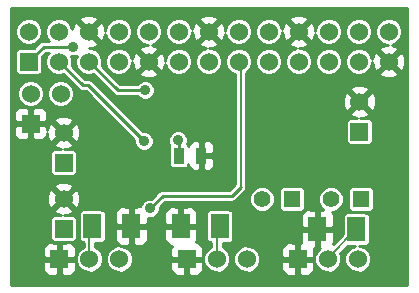
<source format=gbl>
G04 (created by PCBNEW (2013-07-07 BZR 4022)-stable) date 11/27/2014 11:17:14 AM*
%MOIN*%
G04 Gerber Fmt 3.4, Leading zero omitted, Abs format*
%FSLAX34Y34*%
G01*
G70*
G90*
G04 APERTURE LIST*
%ADD10C,0.00590551*%
%ADD11R,0.06X0.06*%
%ADD12C,0.06*%
%ADD13R,0.06X0.08*%
%ADD14R,0.055X0.055*%
%ADD15C,0.055*%
%ADD16R,0.035X0.055*%
%ADD17C,0.035*%
%ADD18C,0.01*%
%ADD19C,0.008*%
G04 APERTURE END LIST*
G54D10*
G54D11*
X18444Y-13728D03*
G54D12*
X18444Y-12728D03*
X19444Y-13728D03*
X19444Y-12728D03*
X20444Y-13728D03*
X20444Y-12728D03*
X21444Y-13728D03*
X21444Y-12728D03*
X22444Y-13728D03*
X22444Y-12728D03*
X23444Y-13728D03*
X23444Y-12728D03*
X24444Y-13728D03*
X24444Y-12728D03*
X25444Y-13728D03*
X25444Y-12728D03*
X26444Y-13728D03*
X26444Y-12728D03*
X27444Y-13728D03*
X27444Y-12728D03*
X28444Y-13728D03*
X28444Y-12728D03*
X29444Y-13728D03*
X29444Y-12728D03*
X30444Y-13728D03*
X30444Y-12728D03*
G54D11*
X27416Y-20311D03*
G54D12*
X28416Y-20311D03*
X29416Y-20311D03*
G54D11*
X23716Y-20311D03*
G54D12*
X24716Y-20311D03*
X25716Y-20311D03*
G54D11*
X19600Y-17100D03*
G54D12*
X19600Y-16100D03*
G54D11*
X19600Y-19300D03*
G54D12*
X19600Y-18300D03*
G54D11*
X19466Y-20311D03*
G54D12*
X20466Y-20311D03*
X21466Y-20311D03*
G54D11*
X29466Y-16061D03*
G54D12*
X29466Y-15061D03*
G54D13*
X24816Y-19211D03*
X23516Y-19211D03*
G54D14*
X29516Y-18311D03*
G54D15*
X28516Y-18311D03*
G54D14*
X27216Y-18311D03*
G54D15*
X26216Y-18311D03*
G54D13*
X20566Y-19211D03*
X21866Y-19211D03*
X29366Y-19311D03*
X28066Y-19311D03*
G54D16*
X23441Y-16861D03*
X24191Y-16861D03*
G54D11*
X18500Y-15800D03*
G54D12*
X18500Y-14800D03*
X19500Y-14800D03*
G54D17*
X23416Y-16351D03*
X19921Y-13228D03*
X22480Y-18622D03*
X22322Y-14685D03*
X22283Y-16377D03*
X22047Y-17283D03*
X25118Y-17362D03*
X22834Y-15118D03*
G54D18*
X23441Y-16861D02*
X23441Y-16376D01*
X23441Y-16376D02*
X23416Y-16351D01*
X18444Y-13720D02*
X18937Y-13228D01*
X18937Y-13228D02*
X19921Y-13228D01*
X18444Y-13728D02*
X18444Y-13720D01*
X22480Y-18622D02*
X22480Y-18619D01*
X25200Y-18200D02*
X25500Y-17900D01*
X22900Y-18200D02*
X25200Y-18200D01*
X22480Y-18619D02*
X22900Y-18200D01*
G54D19*
X25500Y-13783D02*
X25444Y-13728D01*
X25500Y-17900D02*
X25500Y-13783D01*
X28416Y-20311D02*
X28416Y-20261D01*
X28416Y-20261D02*
X29366Y-19311D01*
X20466Y-20311D02*
X20466Y-19311D01*
X20466Y-19311D02*
X20566Y-19211D01*
X24716Y-20311D02*
X24716Y-19311D01*
X24716Y-19311D02*
X24816Y-19211D01*
G54D18*
X22322Y-14685D02*
X21401Y-14685D01*
X21401Y-14685D02*
X20444Y-13728D01*
X20244Y-14527D02*
X19444Y-13728D01*
X20433Y-14527D02*
X20244Y-14527D01*
X22283Y-16377D02*
X20433Y-14527D01*
G54D10*
G36*
X31066Y-21161D02*
X30999Y-21161D01*
X30999Y-13810D01*
X30988Y-13591D01*
X30926Y-13440D01*
X30894Y-13431D01*
X30894Y-12639D01*
X30826Y-12473D01*
X30700Y-12347D01*
X30534Y-12278D01*
X30355Y-12278D01*
X30190Y-12346D01*
X30063Y-12473D01*
X29994Y-12638D01*
X29994Y-12817D01*
X30063Y-12982D01*
X30189Y-13109D01*
X30354Y-13178D01*
X30431Y-13178D01*
X30308Y-13184D01*
X30157Y-13247D01*
X30129Y-13342D01*
X30444Y-13657D01*
X30760Y-13342D01*
X30732Y-13247D01*
X30536Y-13177D01*
X30699Y-13110D01*
X30826Y-12983D01*
X30894Y-12818D01*
X30894Y-12639D01*
X30894Y-13431D01*
X30830Y-13413D01*
X30515Y-13728D01*
X30830Y-14043D01*
X30926Y-14016D01*
X30999Y-13810D01*
X30999Y-21161D01*
X30760Y-21161D01*
X30760Y-14114D01*
X30444Y-13799D01*
X30374Y-13869D01*
X30374Y-13728D01*
X30058Y-13413D01*
X29963Y-13440D01*
X29894Y-13632D01*
X29894Y-12639D01*
X29826Y-12473D01*
X29700Y-12347D01*
X29534Y-12278D01*
X29355Y-12278D01*
X29190Y-12346D01*
X29063Y-12473D01*
X28994Y-12638D01*
X28994Y-12817D01*
X29063Y-12982D01*
X29189Y-13109D01*
X29354Y-13178D01*
X29533Y-13178D01*
X29699Y-13110D01*
X29826Y-12983D01*
X29894Y-12818D01*
X29894Y-12639D01*
X29894Y-13632D01*
X29893Y-13636D01*
X29826Y-13473D01*
X29700Y-13347D01*
X29534Y-13278D01*
X29355Y-13278D01*
X29190Y-13346D01*
X29063Y-13473D01*
X28994Y-13638D01*
X28994Y-13817D01*
X29063Y-13982D01*
X29189Y-14109D01*
X29354Y-14178D01*
X29533Y-14178D01*
X29699Y-14110D01*
X29826Y-13983D01*
X29894Y-13818D01*
X29894Y-13741D01*
X29901Y-13865D01*
X29963Y-14016D01*
X30058Y-14043D01*
X30374Y-13728D01*
X30374Y-13869D01*
X30129Y-14114D01*
X30157Y-14209D01*
X30363Y-14283D01*
X30581Y-14272D01*
X30732Y-14209D01*
X30760Y-14114D01*
X30760Y-21161D01*
X30021Y-21161D01*
X30021Y-15142D01*
X30010Y-14924D01*
X29947Y-14773D01*
X29852Y-14745D01*
X29781Y-14816D01*
X29781Y-14675D01*
X29754Y-14579D01*
X29548Y-14506D01*
X29329Y-14517D01*
X29178Y-14579D01*
X29151Y-14675D01*
X29466Y-14990D01*
X29781Y-14675D01*
X29781Y-14816D01*
X29537Y-15061D01*
X29852Y-15376D01*
X29947Y-15348D01*
X30021Y-15142D01*
X30021Y-21161D01*
X29941Y-21161D01*
X29941Y-18556D01*
X29941Y-18006D01*
X29918Y-17951D01*
X29916Y-17948D01*
X29916Y-16331D01*
X29916Y-15731D01*
X29893Y-15676D01*
X29851Y-15633D01*
X29796Y-15611D01*
X29736Y-15610D01*
X29480Y-15610D01*
X29603Y-15604D01*
X29754Y-15542D01*
X29781Y-15446D01*
X29466Y-15131D01*
X29395Y-15202D01*
X29395Y-15061D01*
X29080Y-14745D01*
X28985Y-14773D01*
X28911Y-14979D01*
X28922Y-15197D01*
X28985Y-15348D01*
X29080Y-15376D01*
X29395Y-15061D01*
X29395Y-15202D01*
X29151Y-15446D01*
X29178Y-15542D01*
X29371Y-15610D01*
X29136Y-15610D01*
X29081Y-15633D01*
X29039Y-15675D01*
X29016Y-15731D01*
X29016Y-15790D01*
X29016Y-16390D01*
X29039Y-16445D01*
X29081Y-16488D01*
X29136Y-16510D01*
X29196Y-16511D01*
X29796Y-16511D01*
X29851Y-16488D01*
X29893Y-16446D01*
X29916Y-16390D01*
X29916Y-16331D01*
X29916Y-17948D01*
X29876Y-17908D01*
X29821Y-17886D01*
X29761Y-17885D01*
X29211Y-17885D01*
X29156Y-17908D01*
X29114Y-17950D01*
X29091Y-18006D01*
X29091Y-18065D01*
X29091Y-18615D01*
X29114Y-18670D01*
X29156Y-18713D01*
X29211Y-18735D01*
X29271Y-18736D01*
X29821Y-18736D01*
X29876Y-18713D01*
X29918Y-18671D01*
X29941Y-18615D01*
X29941Y-18556D01*
X29941Y-21161D01*
X29866Y-21161D01*
X29866Y-20221D01*
X29798Y-20056D01*
X29671Y-19929D01*
X29506Y-19861D01*
X29446Y-19861D01*
X29696Y-19861D01*
X29751Y-19838D01*
X29793Y-19796D01*
X29816Y-19740D01*
X29816Y-19681D01*
X29816Y-18881D01*
X29793Y-18826D01*
X29751Y-18783D01*
X29696Y-18761D01*
X29636Y-18760D01*
X29036Y-18760D01*
X28981Y-18783D01*
X28941Y-18823D01*
X28941Y-18226D01*
X28894Y-18113D01*
X28894Y-13639D01*
X28894Y-12639D01*
X28826Y-12473D01*
X28700Y-12347D01*
X28534Y-12278D01*
X28355Y-12278D01*
X28190Y-12346D01*
X28063Y-12473D01*
X27994Y-12638D01*
X27994Y-12714D01*
X27988Y-12591D01*
X27926Y-12440D01*
X27830Y-12413D01*
X27760Y-12483D01*
X27760Y-12342D01*
X27732Y-12247D01*
X27526Y-12173D01*
X27308Y-12184D01*
X27157Y-12247D01*
X27129Y-12342D01*
X27444Y-12657D01*
X27760Y-12342D01*
X27760Y-12483D01*
X27515Y-12728D01*
X27830Y-13043D01*
X27926Y-13016D01*
X27996Y-12820D01*
X28063Y-12982D01*
X28189Y-13109D01*
X28354Y-13178D01*
X28533Y-13178D01*
X28699Y-13110D01*
X28826Y-12983D01*
X28894Y-12818D01*
X28894Y-12639D01*
X28894Y-13639D01*
X28826Y-13473D01*
X28700Y-13347D01*
X28534Y-13278D01*
X28355Y-13278D01*
X28190Y-13346D01*
X28063Y-13473D01*
X27994Y-13638D01*
X27994Y-13817D01*
X28063Y-13982D01*
X28189Y-14109D01*
X28354Y-14178D01*
X28533Y-14178D01*
X28699Y-14110D01*
X28826Y-13983D01*
X28894Y-13818D01*
X28894Y-13639D01*
X28894Y-18113D01*
X28877Y-18070D01*
X28757Y-17950D01*
X28601Y-17886D01*
X28432Y-17885D01*
X28276Y-17950D01*
X28156Y-18069D01*
X28091Y-18226D01*
X28091Y-18395D01*
X28156Y-18551D01*
X28265Y-18661D01*
X28179Y-18661D01*
X28116Y-18723D01*
X28116Y-19261D01*
X28554Y-19261D01*
X28616Y-19198D01*
X28616Y-18960D01*
X28616Y-18861D01*
X28578Y-18769D01*
X28545Y-18736D01*
X28600Y-18736D01*
X28756Y-18671D01*
X28876Y-18552D01*
X28941Y-18395D01*
X28941Y-18226D01*
X28941Y-18823D01*
X28939Y-18825D01*
X28916Y-18881D01*
X28916Y-18940D01*
X28916Y-19492D01*
X28594Y-19814D01*
X28616Y-19760D01*
X28616Y-19661D01*
X28616Y-19423D01*
X28554Y-19361D01*
X28116Y-19361D01*
X28116Y-19898D01*
X28154Y-19936D01*
X28035Y-20055D01*
X28016Y-20100D01*
X28016Y-19898D01*
X28016Y-19361D01*
X28016Y-19261D01*
X28016Y-18723D01*
X27954Y-18661D01*
X27894Y-18661D01*
X27894Y-13639D01*
X27826Y-13473D01*
X27700Y-13347D01*
X27534Y-13278D01*
X27458Y-13278D01*
X27581Y-13272D01*
X27732Y-13209D01*
X27760Y-13114D01*
X27444Y-12799D01*
X27374Y-12869D01*
X27374Y-12728D01*
X27058Y-12413D01*
X26963Y-12440D01*
X26893Y-12636D01*
X26826Y-12473D01*
X26700Y-12347D01*
X26534Y-12278D01*
X26355Y-12278D01*
X26190Y-12346D01*
X26063Y-12473D01*
X25994Y-12638D01*
X25994Y-12817D01*
X26063Y-12982D01*
X26189Y-13109D01*
X26354Y-13178D01*
X26533Y-13178D01*
X26699Y-13110D01*
X26826Y-12983D01*
X26894Y-12818D01*
X26894Y-12741D01*
X26901Y-12865D01*
X26963Y-13016D01*
X27058Y-13043D01*
X27374Y-12728D01*
X27374Y-12869D01*
X27129Y-13114D01*
X27157Y-13209D01*
X27352Y-13279D01*
X27190Y-13346D01*
X27063Y-13473D01*
X26994Y-13638D01*
X26994Y-13817D01*
X27063Y-13982D01*
X27189Y-14109D01*
X27354Y-14178D01*
X27533Y-14178D01*
X27699Y-14110D01*
X27826Y-13983D01*
X27894Y-13818D01*
X27894Y-13639D01*
X27894Y-18661D01*
X27717Y-18660D01*
X27641Y-18692D01*
X27641Y-18556D01*
X27641Y-18006D01*
X27618Y-17951D01*
X27576Y-17908D01*
X27521Y-17886D01*
X27461Y-17885D01*
X26911Y-17885D01*
X26894Y-17892D01*
X26894Y-13639D01*
X26826Y-13473D01*
X26700Y-13347D01*
X26534Y-13278D01*
X26355Y-13278D01*
X26190Y-13346D01*
X26063Y-13473D01*
X25994Y-13638D01*
X25994Y-13817D01*
X26063Y-13982D01*
X26189Y-14109D01*
X26354Y-14178D01*
X26533Y-14178D01*
X26699Y-14110D01*
X26826Y-13983D01*
X26894Y-13818D01*
X26894Y-13639D01*
X26894Y-17892D01*
X26856Y-17908D01*
X26814Y-17950D01*
X26791Y-18006D01*
X26791Y-18065D01*
X26791Y-18615D01*
X26814Y-18670D01*
X26856Y-18713D01*
X26911Y-18735D01*
X26971Y-18736D01*
X27521Y-18736D01*
X27576Y-18713D01*
X27618Y-18671D01*
X27641Y-18615D01*
X27641Y-18556D01*
X27641Y-18692D01*
X27625Y-18698D01*
X27554Y-18769D01*
X27516Y-18861D01*
X27516Y-18960D01*
X27516Y-19198D01*
X27579Y-19261D01*
X28016Y-19261D01*
X28016Y-19361D01*
X27579Y-19361D01*
X27516Y-19423D01*
X27516Y-19661D01*
X27516Y-19760D01*
X27520Y-19769D01*
X27466Y-19823D01*
X27466Y-20261D01*
X27904Y-20261D01*
X27966Y-20198D01*
X27966Y-20060D01*
X27966Y-19961D01*
X27962Y-19952D01*
X28016Y-19898D01*
X28016Y-20100D01*
X27966Y-20221D01*
X27966Y-20400D01*
X28034Y-20565D01*
X28161Y-20692D01*
X28326Y-20760D01*
X28505Y-20761D01*
X28671Y-20692D01*
X28797Y-20566D01*
X28866Y-20400D01*
X28866Y-20221D01*
X28825Y-20121D01*
X29085Y-19861D01*
X29096Y-19861D01*
X29327Y-19861D01*
X29161Y-19929D01*
X29035Y-20055D01*
X28966Y-20221D01*
X28966Y-20400D01*
X29034Y-20565D01*
X29161Y-20692D01*
X29326Y-20760D01*
X29505Y-20761D01*
X29671Y-20692D01*
X29797Y-20566D01*
X29866Y-20400D01*
X29866Y-20221D01*
X29866Y-21161D01*
X27966Y-21161D01*
X27966Y-20561D01*
X27966Y-20423D01*
X27904Y-20361D01*
X27466Y-20361D01*
X27466Y-20798D01*
X27529Y-20861D01*
X27766Y-20861D01*
X27857Y-20823D01*
X27928Y-20752D01*
X27966Y-20660D01*
X27966Y-20561D01*
X27966Y-21161D01*
X27366Y-21161D01*
X27366Y-20798D01*
X27366Y-20361D01*
X27366Y-20261D01*
X27366Y-19823D01*
X27304Y-19761D01*
X27067Y-19760D01*
X26975Y-19798D01*
X26904Y-19869D01*
X26866Y-19961D01*
X26866Y-20060D01*
X26866Y-20198D01*
X26929Y-20261D01*
X27366Y-20261D01*
X27366Y-20361D01*
X26929Y-20361D01*
X26866Y-20423D01*
X26866Y-20561D01*
X26866Y-20660D01*
X26904Y-20752D01*
X26975Y-20823D01*
X27067Y-20861D01*
X27304Y-20861D01*
X27366Y-20798D01*
X27366Y-21161D01*
X26641Y-21161D01*
X26641Y-18226D01*
X26577Y-18070D01*
X26457Y-17950D01*
X26301Y-17886D01*
X26132Y-17885D01*
X25976Y-17950D01*
X25894Y-18031D01*
X25894Y-13639D01*
X25894Y-12639D01*
X25826Y-12473D01*
X25700Y-12347D01*
X25534Y-12278D01*
X25355Y-12278D01*
X25190Y-12346D01*
X25063Y-12473D01*
X24994Y-12638D01*
X24994Y-12714D01*
X24988Y-12591D01*
X24926Y-12440D01*
X24830Y-12413D01*
X24760Y-12483D01*
X24760Y-12342D01*
X24732Y-12247D01*
X24526Y-12173D01*
X24308Y-12184D01*
X24157Y-12247D01*
X24129Y-12342D01*
X24444Y-12657D01*
X24760Y-12342D01*
X24760Y-12483D01*
X24515Y-12728D01*
X24830Y-13043D01*
X24926Y-13016D01*
X24996Y-12820D01*
X25063Y-12982D01*
X25189Y-13109D01*
X25354Y-13178D01*
X25533Y-13178D01*
X25699Y-13110D01*
X25826Y-12983D01*
X25894Y-12818D01*
X25894Y-12639D01*
X25894Y-13639D01*
X25826Y-13473D01*
X25700Y-13347D01*
X25534Y-13278D01*
X25355Y-13278D01*
X25190Y-13346D01*
X25063Y-13473D01*
X24994Y-13638D01*
X24994Y-13817D01*
X25063Y-13982D01*
X25189Y-14109D01*
X25310Y-14159D01*
X25310Y-17807D01*
X25117Y-18000D01*
X24894Y-18000D01*
X24894Y-13639D01*
X24826Y-13473D01*
X24700Y-13347D01*
X24534Y-13278D01*
X24458Y-13278D01*
X24581Y-13272D01*
X24732Y-13209D01*
X24760Y-13114D01*
X24444Y-12799D01*
X24374Y-12869D01*
X24374Y-12728D01*
X24058Y-12413D01*
X23963Y-12440D01*
X23893Y-12636D01*
X23826Y-12473D01*
X23700Y-12347D01*
X23534Y-12278D01*
X23355Y-12278D01*
X23190Y-12346D01*
X23063Y-12473D01*
X22994Y-12638D01*
X22994Y-12817D01*
X23063Y-12982D01*
X23189Y-13109D01*
X23354Y-13178D01*
X23533Y-13178D01*
X23699Y-13110D01*
X23826Y-12983D01*
X23894Y-12818D01*
X23894Y-12741D01*
X23901Y-12865D01*
X23963Y-13016D01*
X24058Y-13043D01*
X24374Y-12728D01*
X24374Y-12869D01*
X24129Y-13114D01*
X24157Y-13209D01*
X24352Y-13279D01*
X24190Y-13346D01*
X24063Y-13473D01*
X23994Y-13638D01*
X23994Y-13817D01*
X24063Y-13982D01*
X24189Y-14109D01*
X24354Y-14178D01*
X24533Y-14178D01*
X24699Y-14110D01*
X24826Y-13983D01*
X24894Y-13818D01*
X24894Y-13639D01*
X24894Y-18000D01*
X24616Y-18000D01*
X24616Y-17086D01*
X24616Y-16635D01*
X24616Y-16536D01*
X24578Y-16444D01*
X24507Y-16373D01*
X24416Y-16335D01*
X24304Y-16336D01*
X24241Y-16398D01*
X24241Y-16811D01*
X24554Y-16811D01*
X24616Y-16748D01*
X24616Y-16635D01*
X24616Y-17086D01*
X24616Y-16973D01*
X24554Y-16911D01*
X24241Y-16911D01*
X24241Y-17323D01*
X24304Y-17386D01*
X24416Y-17386D01*
X24507Y-17348D01*
X24578Y-17277D01*
X24616Y-17185D01*
X24616Y-17086D01*
X24616Y-18000D01*
X24141Y-18000D01*
X24141Y-17323D01*
X24141Y-16911D01*
X24133Y-16911D01*
X24133Y-16811D01*
X24141Y-16811D01*
X24141Y-16398D01*
X24079Y-16336D01*
X23967Y-16335D01*
X23894Y-16365D01*
X23894Y-13639D01*
X23826Y-13473D01*
X23700Y-13347D01*
X23534Y-13278D01*
X23355Y-13278D01*
X23190Y-13346D01*
X23063Y-13473D01*
X22994Y-13638D01*
X22994Y-13714D01*
X22988Y-13591D01*
X22926Y-13440D01*
X22894Y-13431D01*
X22894Y-12639D01*
X22826Y-12473D01*
X22700Y-12347D01*
X22534Y-12278D01*
X22355Y-12278D01*
X22190Y-12346D01*
X22063Y-12473D01*
X21994Y-12638D01*
X21994Y-12817D01*
X22063Y-12982D01*
X22189Y-13109D01*
X22354Y-13178D01*
X22431Y-13178D01*
X22308Y-13184D01*
X22157Y-13247D01*
X22129Y-13342D01*
X22444Y-13657D01*
X22760Y-13342D01*
X22732Y-13247D01*
X22536Y-13177D01*
X22699Y-13110D01*
X22826Y-12983D01*
X22894Y-12818D01*
X22894Y-12639D01*
X22894Y-13431D01*
X22830Y-13413D01*
X22515Y-13728D01*
X22830Y-14043D01*
X22926Y-14016D01*
X22996Y-13820D01*
X23063Y-13982D01*
X23189Y-14109D01*
X23354Y-14178D01*
X23533Y-14178D01*
X23699Y-14110D01*
X23826Y-13983D01*
X23894Y-13818D01*
X23894Y-13639D01*
X23894Y-16365D01*
X23875Y-16373D01*
X23804Y-16444D01*
X23766Y-16536D01*
X23766Y-16556D01*
X23743Y-16501D01*
X23717Y-16474D01*
X23741Y-16415D01*
X23741Y-16286D01*
X23692Y-16167D01*
X23600Y-16075D01*
X23481Y-16026D01*
X23352Y-16025D01*
X23232Y-16075D01*
X23141Y-16166D01*
X23091Y-16286D01*
X23091Y-16415D01*
X23133Y-16516D01*
X23116Y-16556D01*
X23116Y-16615D01*
X23116Y-17165D01*
X23139Y-17220D01*
X23181Y-17263D01*
X23236Y-17285D01*
X23296Y-17286D01*
X23646Y-17286D01*
X23701Y-17263D01*
X23743Y-17221D01*
X23766Y-17165D01*
X23766Y-17136D01*
X23766Y-17185D01*
X23804Y-17277D01*
X23875Y-17348D01*
X23967Y-17386D01*
X24079Y-17386D01*
X24141Y-17323D01*
X24141Y-18000D01*
X22900Y-18000D01*
X22823Y-18015D01*
X22801Y-18029D01*
X22760Y-18057D01*
X22760Y-14114D01*
X22444Y-13799D01*
X22374Y-13869D01*
X22374Y-13728D01*
X22058Y-13413D01*
X21963Y-13440D01*
X21894Y-13632D01*
X21894Y-12639D01*
X21826Y-12473D01*
X21700Y-12347D01*
X21534Y-12278D01*
X21355Y-12278D01*
X21190Y-12346D01*
X21063Y-12473D01*
X20994Y-12638D01*
X20994Y-12714D01*
X20988Y-12591D01*
X20926Y-12440D01*
X20830Y-12413D01*
X20760Y-12483D01*
X20760Y-12342D01*
X20732Y-12247D01*
X20526Y-12173D01*
X20308Y-12184D01*
X20157Y-12247D01*
X20129Y-12342D01*
X20444Y-12657D01*
X20760Y-12342D01*
X20760Y-12483D01*
X20515Y-12728D01*
X20830Y-13043D01*
X20926Y-13016D01*
X20996Y-12820D01*
X21063Y-12982D01*
X21189Y-13109D01*
X21354Y-13178D01*
X21533Y-13178D01*
X21699Y-13110D01*
X21826Y-12983D01*
X21894Y-12818D01*
X21894Y-12639D01*
X21894Y-13632D01*
X21893Y-13636D01*
X21826Y-13473D01*
X21700Y-13347D01*
X21534Y-13278D01*
X21355Y-13278D01*
X21190Y-13346D01*
X21063Y-13473D01*
X20994Y-13638D01*
X20994Y-13817D01*
X21063Y-13982D01*
X21189Y-14109D01*
X21354Y-14178D01*
X21533Y-14178D01*
X21699Y-14110D01*
X21826Y-13983D01*
X21894Y-13818D01*
X21894Y-13741D01*
X21901Y-13865D01*
X21963Y-14016D01*
X22058Y-14043D01*
X22374Y-13728D01*
X22374Y-13869D01*
X22129Y-14114D01*
X22157Y-14209D01*
X22363Y-14283D01*
X22581Y-14272D01*
X22732Y-14209D01*
X22760Y-14114D01*
X22760Y-18057D01*
X22758Y-18058D01*
X22647Y-18169D01*
X22647Y-14620D01*
X22598Y-14501D01*
X22507Y-14409D01*
X22387Y-14360D01*
X22258Y-14359D01*
X22138Y-14409D01*
X22063Y-14485D01*
X21484Y-14485D01*
X20872Y-13872D01*
X20894Y-13818D01*
X20894Y-13639D01*
X20826Y-13473D01*
X20700Y-13347D01*
X20534Y-13278D01*
X20458Y-13278D01*
X20581Y-13272D01*
X20732Y-13209D01*
X20760Y-13114D01*
X20444Y-12799D01*
X20439Y-12804D01*
X20368Y-12733D01*
X20374Y-12728D01*
X20058Y-12413D01*
X19963Y-12440D01*
X19893Y-12636D01*
X19826Y-12473D01*
X19700Y-12347D01*
X19534Y-12278D01*
X19355Y-12278D01*
X19190Y-12346D01*
X19063Y-12473D01*
X18994Y-12638D01*
X18994Y-12817D01*
X19063Y-12982D01*
X19108Y-13028D01*
X18937Y-13028D01*
X18894Y-13036D01*
X18894Y-12639D01*
X18826Y-12473D01*
X18700Y-12347D01*
X18534Y-12278D01*
X18355Y-12278D01*
X18190Y-12346D01*
X18063Y-12473D01*
X17994Y-12638D01*
X17994Y-12817D01*
X18063Y-12982D01*
X18189Y-13109D01*
X18354Y-13178D01*
X18533Y-13178D01*
X18699Y-13110D01*
X18826Y-12983D01*
X18894Y-12818D01*
X18894Y-12639D01*
X18894Y-13036D01*
X18860Y-13043D01*
X18838Y-13057D01*
X18795Y-13086D01*
X18604Y-13278D01*
X18115Y-13278D01*
X18060Y-13301D01*
X18017Y-13343D01*
X17994Y-13398D01*
X17994Y-13458D01*
X17994Y-14058D01*
X18017Y-14113D01*
X18059Y-14155D01*
X18114Y-14178D01*
X18174Y-14178D01*
X18774Y-14178D01*
X18829Y-14155D01*
X18871Y-14113D01*
X18894Y-14058D01*
X18894Y-13998D01*
X18894Y-13553D01*
X19019Y-13428D01*
X19108Y-13428D01*
X19063Y-13473D01*
X18994Y-13638D01*
X18994Y-13817D01*
X19063Y-13982D01*
X19189Y-14109D01*
X19354Y-14178D01*
X19533Y-14178D01*
X19589Y-14155D01*
X20102Y-14668D01*
X20102Y-14668D01*
X20146Y-14697D01*
X20167Y-14712D01*
X20167Y-14712D01*
X20244Y-14727D01*
X20350Y-14727D01*
X21958Y-16335D01*
X21958Y-16442D01*
X22007Y-16561D01*
X22099Y-16653D01*
X22218Y-16702D01*
X22347Y-16703D01*
X22467Y-16653D01*
X22558Y-16562D01*
X22608Y-16442D01*
X22608Y-16313D01*
X22559Y-16194D01*
X22467Y-16102D01*
X22348Y-16053D01*
X22241Y-16052D01*
X20574Y-14386D01*
X20509Y-14342D01*
X20433Y-14327D01*
X20326Y-14327D01*
X19872Y-13872D01*
X19894Y-13818D01*
X19894Y-13639D01*
X19859Y-13553D01*
X19985Y-13553D01*
X20039Y-13531D01*
X19994Y-13638D01*
X19994Y-13817D01*
X20063Y-13982D01*
X20189Y-14109D01*
X20354Y-14178D01*
X20533Y-14178D01*
X20589Y-14155D01*
X21260Y-14826D01*
X21260Y-14826D01*
X21303Y-14855D01*
X21325Y-14869D01*
X21325Y-14869D01*
X21401Y-14885D01*
X21401Y-14885D01*
X22063Y-14885D01*
X22138Y-14960D01*
X22257Y-15009D01*
X22387Y-15010D01*
X22506Y-14960D01*
X22598Y-14869D01*
X22647Y-14749D01*
X22647Y-14620D01*
X22647Y-18169D01*
X22520Y-18297D01*
X22415Y-18296D01*
X22296Y-18346D01*
X22204Y-18437D01*
X22155Y-18557D01*
X22155Y-18560D01*
X21979Y-18561D01*
X21916Y-18623D01*
X21916Y-19161D01*
X22354Y-19161D01*
X22416Y-19098D01*
X22416Y-18946D01*
X22544Y-18947D01*
X22664Y-18897D01*
X22755Y-18806D01*
X22805Y-18686D01*
X22805Y-18577D01*
X22982Y-18400D01*
X25200Y-18400D01*
X25276Y-18384D01*
X25341Y-18341D01*
X25641Y-18041D01*
X25684Y-17976D01*
X25699Y-17900D01*
X25690Y-17849D01*
X25690Y-14113D01*
X25699Y-14110D01*
X25826Y-13983D01*
X25894Y-13818D01*
X25894Y-13639D01*
X25894Y-18031D01*
X25856Y-18069D01*
X25791Y-18226D01*
X25791Y-18395D01*
X25856Y-18551D01*
X25975Y-18671D01*
X26131Y-18735D01*
X26300Y-18736D01*
X26456Y-18671D01*
X26576Y-18552D01*
X26641Y-18395D01*
X26641Y-18226D01*
X26641Y-21161D01*
X26166Y-21161D01*
X26166Y-20221D01*
X26098Y-20056D01*
X25971Y-19929D01*
X25806Y-19861D01*
X25627Y-19860D01*
X25461Y-19929D01*
X25335Y-20055D01*
X25266Y-20221D01*
X25266Y-20281D01*
X25266Y-19581D01*
X25266Y-18781D01*
X25243Y-18726D01*
X25201Y-18683D01*
X25146Y-18661D01*
X25086Y-18660D01*
X24486Y-18660D01*
X24431Y-18683D01*
X24389Y-18725D01*
X24366Y-18781D01*
X24366Y-18840D01*
X24366Y-19640D01*
X24389Y-19695D01*
X24431Y-19738D01*
X24486Y-19760D01*
X24526Y-19761D01*
X24526Y-19902D01*
X24461Y-19929D01*
X24335Y-20055D01*
X24266Y-20221D01*
X24266Y-20261D01*
X24266Y-20060D01*
X24266Y-19961D01*
X24228Y-19869D01*
X24157Y-19798D01*
X24066Y-19760D01*
X24020Y-19760D01*
X24028Y-19752D01*
X24066Y-19660D01*
X24066Y-19561D01*
X24066Y-18860D01*
X24066Y-18761D01*
X24028Y-18669D01*
X23957Y-18598D01*
X23866Y-18560D01*
X23629Y-18561D01*
X23566Y-18623D01*
X23566Y-19161D01*
X24004Y-19161D01*
X24066Y-19098D01*
X24066Y-18860D01*
X24066Y-19561D01*
X24066Y-19323D01*
X24004Y-19261D01*
X23566Y-19261D01*
X23566Y-19268D01*
X23466Y-19268D01*
X23466Y-19261D01*
X23466Y-19161D01*
X23466Y-18623D01*
X23404Y-18561D01*
X23167Y-18560D01*
X23075Y-18598D01*
X23004Y-18669D01*
X22966Y-18761D01*
X22966Y-18860D01*
X22966Y-19098D01*
X23029Y-19161D01*
X23466Y-19161D01*
X23466Y-19261D01*
X23029Y-19261D01*
X22966Y-19323D01*
X22966Y-19561D01*
X22966Y-19660D01*
X23004Y-19752D01*
X23075Y-19823D01*
X23167Y-19861D01*
X23212Y-19861D01*
X23204Y-19869D01*
X23166Y-19961D01*
X23166Y-20060D01*
X23166Y-20198D01*
X23229Y-20261D01*
X23666Y-20261D01*
X23666Y-20253D01*
X23766Y-20253D01*
X23766Y-20261D01*
X24204Y-20261D01*
X24266Y-20198D01*
X24266Y-20060D01*
X24266Y-20261D01*
X24266Y-20400D01*
X24334Y-20565D01*
X24461Y-20692D01*
X24626Y-20760D01*
X24805Y-20761D01*
X24971Y-20692D01*
X25097Y-20566D01*
X25166Y-20400D01*
X25166Y-20221D01*
X25098Y-20056D01*
X24971Y-19929D01*
X24906Y-19902D01*
X24906Y-19761D01*
X25146Y-19761D01*
X25201Y-19738D01*
X25243Y-19696D01*
X25266Y-19640D01*
X25266Y-19581D01*
X25266Y-20281D01*
X25266Y-20400D01*
X25334Y-20565D01*
X25461Y-20692D01*
X25626Y-20760D01*
X25805Y-20761D01*
X25971Y-20692D01*
X26097Y-20566D01*
X26166Y-20400D01*
X26166Y-20221D01*
X26166Y-21161D01*
X24266Y-21161D01*
X24266Y-20561D01*
X24266Y-20423D01*
X24204Y-20361D01*
X23766Y-20361D01*
X23766Y-20798D01*
X23829Y-20861D01*
X24066Y-20861D01*
X24157Y-20823D01*
X24228Y-20752D01*
X24266Y-20660D01*
X24266Y-20561D01*
X24266Y-21161D01*
X23666Y-21161D01*
X23666Y-20798D01*
X23666Y-20361D01*
X23229Y-20361D01*
X23166Y-20423D01*
X23166Y-20561D01*
X23166Y-20660D01*
X23204Y-20752D01*
X23275Y-20823D01*
X23367Y-20861D01*
X23604Y-20861D01*
X23666Y-20798D01*
X23666Y-21161D01*
X22416Y-21161D01*
X22416Y-19561D01*
X22416Y-19323D01*
X22354Y-19261D01*
X21916Y-19261D01*
X21916Y-19798D01*
X21979Y-19861D01*
X22216Y-19861D01*
X22307Y-19823D01*
X22378Y-19752D01*
X22416Y-19660D01*
X22416Y-19561D01*
X22416Y-21161D01*
X21916Y-21161D01*
X21916Y-20221D01*
X21848Y-20056D01*
X21816Y-20024D01*
X21816Y-19798D01*
X21816Y-19261D01*
X21816Y-19161D01*
X21816Y-18623D01*
X21754Y-18561D01*
X21517Y-18560D01*
X21425Y-18598D01*
X21354Y-18669D01*
X21316Y-18761D01*
X21316Y-18860D01*
X21316Y-19098D01*
X21379Y-19161D01*
X21816Y-19161D01*
X21816Y-19261D01*
X21379Y-19261D01*
X21316Y-19323D01*
X21316Y-19561D01*
X21316Y-19660D01*
X21354Y-19752D01*
X21425Y-19823D01*
X21517Y-19861D01*
X21754Y-19861D01*
X21816Y-19798D01*
X21816Y-20024D01*
X21721Y-19929D01*
X21556Y-19861D01*
X21377Y-19860D01*
X21211Y-19929D01*
X21085Y-20055D01*
X21016Y-20221D01*
X21016Y-20281D01*
X21016Y-19581D01*
X21016Y-18781D01*
X20993Y-18726D01*
X20951Y-18683D01*
X20896Y-18661D01*
X20836Y-18660D01*
X20236Y-18660D01*
X20181Y-18683D01*
X20154Y-18710D01*
X20154Y-18381D01*
X20154Y-16181D01*
X20143Y-15963D01*
X20081Y-15812D01*
X19985Y-15784D01*
X19950Y-15820D01*
X19950Y-14710D01*
X19881Y-14545D01*
X19755Y-14418D01*
X19589Y-14350D01*
X19410Y-14349D01*
X19245Y-14418D01*
X19118Y-14544D01*
X19050Y-14710D01*
X19049Y-14889D01*
X19118Y-15054D01*
X19244Y-15181D01*
X19410Y-15249D01*
X19589Y-15250D01*
X19754Y-15181D01*
X19881Y-15055D01*
X19949Y-14889D01*
X19950Y-14710D01*
X19950Y-15820D01*
X19915Y-15855D01*
X19915Y-15714D01*
X19887Y-15618D01*
X19681Y-15545D01*
X19463Y-15556D01*
X19312Y-15618D01*
X19284Y-15714D01*
X19600Y-16029D01*
X19915Y-15714D01*
X19915Y-15855D01*
X19670Y-16100D01*
X19985Y-16415D01*
X20081Y-16387D01*
X20154Y-16181D01*
X20154Y-18381D01*
X20143Y-18163D01*
X20081Y-18012D01*
X20050Y-18003D01*
X20050Y-17370D01*
X20050Y-16770D01*
X20027Y-16715D01*
X19985Y-16672D01*
X19929Y-16650D01*
X19870Y-16649D01*
X19614Y-16649D01*
X19736Y-16643D01*
X19887Y-16581D01*
X19915Y-16485D01*
X19600Y-16170D01*
X19529Y-16241D01*
X19529Y-16100D01*
X19214Y-15784D01*
X19118Y-15812D01*
X19050Y-16004D01*
X19050Y-15450D01*
X19012Y-15358D01*
X18950Y-15296D01*
X18950Y-14710D01*
X18881Y-14545D01*
X18755Y-14418D01*
X18589Y-14350D01*
X18410Y-14349D01*
X18245Y-14418D01*
X18118Y-14544D01*
X18050Y-14710D01*
X18049Y-14889D01*
X18118Y-15054D01*
X18244Y-15181D01*
X18410Y-15249D01*
X18589Y-15250D01*
X18754Y-15181D01*
X18881Y-15055D01*
X18949Y-14889D01*
X18950Y-14710D01*
X18950Y-15296D01*
X18941Y-15288D01*
X18849Y-15250D01*
X18750Y-15249D01*
X18612Y-15250D01*
X18550Y-15312D01*
X18550Y-15750D01*
X18987Y-15750D01*
X19050Y-15687D01*
X19050Y-15450D01*
X19050Y-16004D01*
X19050Y-16004D01*
X19050Y-15912D01*
X18987Y-15850D01*
X18550Y-15850D01*
X18550Y-16287D01*
X18612Y-16350D01*
X18750Y-16350D01*
X18849Y-16349D01*
X18941Y-16311D01*
X19012Y-16241D01*
X19050Y-16149D01*
X19050Y-16114D01*
X19056Y-16236D01*
X19118Y-16387D01*
X19214Y-16415D01*
X19529Y-16100D01*
X19529Y-16241D01*
X19284Y-16485D01*
X19312Y-16581D01*
X19504Y-16649D01*
X19270Y-16649D01*
X19215Y-16672D01*
X19172Y-16714D01*
X19150Y-16770D01*
X19149Y-16829D01*
X19149Y-17429D01*
X19172Y-17484D01*
X19214Y-17527D01*
X19270Y-17549D01*
X19329Y-17550D01*
X19929Y-17550D01*
X19984Y-17527D01*
X20027Y-17485D01*
X20049Y-17429D01*
X20050Y-17370D01*
X20050Y-18003D01*
X19985Y-17984D01*
X19915Y-18055D01*
X19915Y-17914D01*
X19887Y-17818D01*
X19681Y-17745D01*
X19463Y-17756D01*
X19312Y-17818D01*
X19284Y-17914D01*
X19600Y-18229D01*
X19915Y-17914D01*
X19915Y-18055D01*
X19670Y-18300D01*
X19985Y-18615D01*
X20081Y-18587D01*
X20154Y-18381D01*
X20154Y-18710D01*
X20139Y-18725D01*
X20116Y-18781D01*
X20116Y-18840D01*
X20116Y-19640D01*
X20139Y-19695D01*
X20181Y-19738D01*
X20236Y-19760D01*
X20276Y-19761D01*
X20276Y-19902D01*
X20211Y-19929D01*
X20085Y-20055D01*
X20050Y-20140D01*
X20050Y-19570D01*
X20050Y-18970D01*
X20027Y-18915D01*
X19985Y-18872D01*
X19929Y-18850D01*
X19870Y-18849D01*
X19614Y-18849D01*
X19736Y-18843D01*
X19887Y-18781D01*
X19915Y-18685D01*
X19600Y-18370D01*
X19529Y-18441D01*
X19529Y-18300D01*
X19214Y-17984D01*
X19118Y-18012D01*
X19045Y-18218D01*
X19056Y-18436D01*
X19118Y-18587D01*
X19214Y-18615D01*
X19529Y-18300D01*
X19529Y-18441D01*
X19284Y-18685D01*
X19312Y-18781D01*
X19504Y-18849D01*
X19270Y-18849D01*
X19215Y-18872D01*
X19172Y-18914D01*
X19150Y-18970D01*
X19149Y-19029D01*
X19149Y-19629D01*
X19172Y-19684D01*
X19214Y-19727D01*
X19270Y-19749D01*
X19329Y-19750D01*
X19929Y-19750D01*
X19984Y-19727D01*
X20027Y-19685D01*
X20049Y-19629D01*
X20050Y-19570D01*
X20050Y-20140D01*
X20016Y-20221D01*
X20016Y-20261D01*
X20016Y-20060D01*
X20016Y-19961D01*
X19978Y-19869D01*
X19907Y-19798D01*
X19816Y-19760D01*
X19579Y-19761D01*
X19516Y-19823D01*
X19516Y-20261D01*
X19954Y-20261D01*
X20016Y-20198D01*
X20016Y-20060D01*
X20016Y-20261D01*
X20016Y-20400D01*
X20084Y-20565D01*
X20211Y-20692D01*
X20376Y-20760D01*
X20555Y-20761D01*
X20721Y-20692D01*
X20847Y-20566D01*
X20916Y-20400D01*
X20916Y-20221D01*
X20848Y-20056D01*
X20721Y-19929D01*
X20656Y-19902D01*
X20656Y-19761D01*
X20896Y-19761D01*
X20951Y-19738D01*
X20993Y-19696D01*
X21016Y-19640D01*
X21016Y-19581D01*
X21016Y-20281D01*
X21016Y-20400D01*
X21084Y-20565D01*
X21211Y-20692D01*
X21376Y-20760D01*
X21555Y-20761D01*
X21721Y-20692D01*
X21847Y-20566D01*
X21916Y-20400D01*
X21916Y-20221D01*
X21916Y-21161D01*
X20016Y-21161D01*
X20016Y-20561D01*
X20016Y-20423D01*
X19954Y-20361D01*
X19516Y-20361D01*
X19516Y-20798D01*
X19579Y-20861D01*
X19816Y-20861D01*
X19907Y-20823D01*
X19978Y-20752D01*
X20016Y-20660D01*
X20016Y-20561D01*
X20016Y-21161D01*
X19416Y-21161D01*
X19416Y-20798D01*
X19416Y-20361D01*
X19416Y-20261D01*
X19416Y-19823D01*
X19354Y-19761D01*
X19117Y-19760D01*
X19025Y-19798D01*
X18954Y-19869D01*
X18916Y-19961D01*
X18916Y-20060D01*
X18916Y-20198D01*
X18979Y-20261D01*
X19416Y-20261D01*
X19416Y-20361D01*
X18979Y-20361D01*
X18916Y-20423D01*
X18916Y-20561D01*
X18916Y-20660D01*
X18954Y-20752D01*
X19025Y-20823D01*
X19117Y-20861D01*
X19354Y-20861D01*
X19416Y-20798D01*
X19416Y-21161D01*
X18450Y-21161D01*
X18450Y-16287D01*
X18450Y-15850D01*
X18450Y-15750D01*
X18450Y-15312D01*
X18387Y-15250D01*
X18249Y-15249D01*
X18150Y-15250D01*
X18058Y-15288D01*
X17987Y-15358D01*
X17949Y-15450D01*
X17950Y-15687D01*
X18012Y-15750D01*
X18450Y-15750D01*
X18450Y-15850D01*
X18012Y-15850D01*
X17950Y-15912D01*
X17949Y-16149D01*
X17987Y-16241D01*
X18058Y-16311D01*
X18150Y-16349D01*
X18249Y-16350D01*
X18387Y-16350D01*
X18450Y-16287D01*
X18450Y-21161D01*
X17866Y-21161D01*
X17866Y-11960D01*
X31066Y-11960D01*
X31066Y-21161D01*
X31066Y-21161D01*
G37*
G54D18*
X31066Y-21161D02*
X30999Y-21161D01*
X30999Y-13810D01*
X30988Y-13591D01*
X30926Y-13440D01*
X30894Y-13431D01*
X30894Y-12639D01*
X30826Y-12473D01*
X30700Y-12347D01*
X30534Y-12278D01*
X30355Y-12278D01*
X30190Y-12346D01*
X30063Y-12473D01*
X29994Y-12638D01*
X29994Y-12817D01*
X30063Y-12982D01*
X30189Y-13109D01*
X30354Y-13178D01*
X30431Y-13178D01*
X30308Y-13184D01*
X30157Y-13247D01*
X30129Y-13342D01*
X30444Y-13657D01*
X30760Y-13342D01*
X30732Y-13247D01*
X30536Y-13177D01*
X30699Y-13110D01*
X30826Y-12983D01*
X30894Y-12818D01*
X30894Y-12639D01*
X30894Y-13431D01*
X30830Y-13413D01*
X30515Y-13728D01*
X30830Y-14043D01*
X30926Y-14016D01*
X30999Y-13810D01*
X30999Y-21161D01*
X30760Y-21161D01*
X30760Y-14114D01*
X30444Y-13799D01*
X30374Y-13869D01*
X30374Y-13728D01*
X30058Y-13413D01*
X29963Y-13440D01*
X29894Y-13632D01*
X29894Y-12639D01*
X29826Y-12473D01*
X29700Y-12347D01*
X29534Y-12278D01*
X29355Y-12278D01*
X29190Y-12346D01*
X29063Y-12473D01*
X28994Y-12638D01*
X28994Y-12817D01*
X29063Y-12982D01*
X29189Y-13109D01*
X29354Y-13178D01*
X29533Y-13178D01*
X29699Y-13110D01*
X29826Y-12983D01*
X29894Y-12818D01*
X29894Y-12639D01*
X29894Y-13632D01*
X29893Y-13636D01*
X29826Y-13473D01*
X29700Y-13347D01*
X29534Y-13278D01*
X29355Y-13278D01*
X29190Y-13346D01*
X29063Y-13473D01*
X28994Y-13638D01*
X28994Y-13817D01*
X29063Y-13982D01*
X29189Y-14109D01*
X29354Y-14178D01*
X29533Y-14178D01*
X29699Y-14110D01*
X29826Y-13983D01*
X29894Y-13818D01*
X29894Y-13741D01*
X29901Y-13865D01*
X29963Y-14016D01*
X30058Y-14043D01*
X30374Y-13728D01*
X30374Y-13869D01*
X30129Y-14114D01*
X30157Y-14209D01*
X30363Y-14283D01*
X30581Y-14272D01*
X30732Y-14209D01*
X30760Y-14114D01*
X30760Y-21161D01*
X30021Y-21161D01*
X30021Y-15142D01*
X30010Y-14924D01*
X29947Y-14773D01*
X29852Y-14745D01*
X29781Y-14816D01*
X29781Y-14675D01*
X29754Y-14579D01*
X29548Y-14506D01*
X29329Y-14517D01*
X29178Y-14579D01*
X29151Y-14675D01*
X29466Y-14990D01*
X29781Y-14675D01*
X29781Y-14816D01*
X29537Y-15061D01*
X29852Y-15376D01*
X29947Y-15348D01*
X30021Y-15142D01*
X30021Y-21161D01*
X29941Y-21161D01*
X29941Y-18556D01*
X29941Y-18006D01*
X29918Y-17951D01*
X29916Y-17948D01*
X29916Y-16331D01*
X29916Y-15731D01*
X29893Y-15676D01*
X29851Y-15633D01*
X29796Y-15611D01*
X29736Y-15610D01*
X29480Y-15610D01*
X29603Y-15604D01*
X29754Y-15542D01*
X29781Y-15446D01*
X29466Y-15131D01*
X29395Y-15202D01*
X29395Y-15061D01*
X29080Y-14745D01*
X28985Y-14773D01*
X28911Y-14979D01*
X28922Y-15197D01*
X28985Y-15348D01*
X29080Y-15376D01*
X29395Y-15061D01*
X29395Y-15202D01*
X29151Y-15446D01*
X29178Y-15542D01*
X29371Y-15610D01*
X29136Y-15610D01*
X29081Y-15633D01*
X29039Y-15675D01*
X29016Y-15731D01*
X29016Y-15790D01*
X29016Y-16390D01*
X29039Y-16445D01*
X29081Y-16488D01*
X29136Y-16510D01*
X29196Y-16511D01*
X29796Y-16511D01*
X29851Y-16488D01*
X29893Y-16446D01*
X29916Y-16390D01*
X29916Y-16331D01*
X29916Y-17948D01*
X29876Y-17908D01*
X29821Y-17886D01*
X29761Y-17885D01*
X29211Y-17885D01*
X29156Y-17908D01*
X29114Y-17950D01*
X29091Y-18006D01*
X29091Y-18065D01*
X29091Y-18615D01*
X29114Y-18670D01*
X29156Y-18713D01*
X29211Y-18735D01*
X29271Y-18736D01*
X29821Y-18736D01*
X29876Y-18713D01*
X29918Y-18671D01*
X29941Y-18615D01*
X29941Y-18556D01*
X29941Y-21161D01*
X29866Y-21161D01*
X29866Y-20221D01*
X29798Y-20056D01*
X29671Y-19929D01*
X29506Y-19861D01*
X29446Y-19861D01*
X29696Y-19861D01*
X29751Y-19838D01*
X29793Y-19796D01*
X29816Y-19740D01*
X29816Y-19681D01*
X29816Y-18881D01*
X29793Y-18826D01*
X29751Y-18783D01*
X29696Y-18761D01*
X29636Y-18760D01*
X29036Y-18760D01*
X28981Y-18783D01*
X28941Y-18823D01*
X28941Y-18226D01*
X28894Y-18113D01*
X28894Y-13639D01*
X28894Y-12639D01*
X28826Y-12473D01*
X28700Y-12347D01*
X28534Y-12278D01*
X28355Y-12278D01*
X28190Y-12346D01*
X28063Y-12473D01*
X27994Y-12638D01*
X27994Y-12714D01*
X27988Y-12591D01*
X27926Y-12440D01*
X27830Y-12413D01*
X27760Y-12483D01*
X27760Y-12342D01*
X27732Y-12247D01*
X27526Y-12173D01*
X27308Y-12184D01*
X27157Y-12247D01*
X27129Y-12342D01*
X27444Y-12657D01*
X27760Y-12342D01*
X27760Y-12483D01*
X27515Y-12728D01*
X27830Y-13043D01*
X27926Y-13016D01*
X27996Y-12820D01*
X28063Y-12982D01*
X28189Y-13109D01*
X28354Y-13178D01*
X28533Y-13178D01*
X28699Y-13110D01*
X28826Y-12983D01*
X28894Y-12818D01*
X28894Y-12639D01*
X28894Y-13639D01*
X28826Y-13473D01*
X28700Y-13347D01*
X28534Y-13278D01*
X28355Y-13278D01*
X28190Y-13346D01*
X28063Y-13473D01*
X27994Y-13638D01*
X27994Y-13817D01*
X28063Y-13982D01*
X28189Y-14109D01*
X28354Y-14178D01*
X28533Y-14178D01*
X28699Y-14110D01*
X28826Y-13983D01*
X28894Y-13818D01*
X28894Y-13639D01*
X28894Y-18113D01*
X28877Y-18070D01*
X28757Y-17950D01*
X28601Y-17886D01*
X28432Y-17885D01*
X28276Y-17950D01*
X28156Y-18069D01*
X28091Y-18226D01*
X28091Y-18395D01*
X28156Y-18551D01*
X28265Y-18661D01*
X28179Y-18661D01*
X28116Y-18723D01*
X28116Y-19261D01*
X28554Y-19261D01*
X28616Y-19198D01*
X28616Y-18960D01*
X28616Y-18861D01*
X28578Y-18769D01*
X28545Y-18736D01*
X28600Y-18736D01*
X28756Y-18671D01*
X28876Y-18552D01*
X28941Y-18395D01*
X28941Y-18226D01*
X28941Y-18823D01*
X28939Y-18825D01*
X28916Y-18881D01*
X28916Y-18940D01*
X28916Y-19492D01*
X28594Y-19814D01*
X28616Y-19760D01*
X28616Y-19661D01*
X28616Y-19423D01*
X28554Y-19361D01*
X28116Y-19361D01*
X28116Y-19898D01*
X28154Y-19936D01*
X28035Y-20055D01*
X28016Y-20100D01*
X28016Y-19898D01*
X28016Y-19361D01*
X28016Y-19261D01*
X28016Y-18723D01*
X27954Y-18661D01*
X27894Y-18661D01*
X27894Y-13639D01*
X27826Y-13473D01*
X27700Y-13347D01*
X27534Y-13278D01*
X27458Y-13278D01*
X27581Y-13272D01*
X27732Y-13209D01*
X27760Y-13114D01*
X27444Y-12799D01*
X27374Y-12869D01*
X27374Y-12728D01*
X27058Y-12413D01*
X26963Y-12440D01*
X26893Y-12636D01*
X26826Y-12473D01*
X26700Y-12347D01*
X26534Y-12278D01*
X26355Y-12278D01*
X26190Y-12346D01*
X26063Y-12473D01*
X25994Y-12638D01*
X25994Y-12817D01*
X26063Y-12982D01*
X26189Y-13109D01*
X26354Y-13178D01*
X26533Y-13178D01*
X26699Y-13110D01*
X26826Y-12983D01*
X26894Y-12818D01*
X26894Y-12741D01*
X26901Y-12865D01*
X26963Y-13016D01*
X27058Y-13043D01*
X27374Y-12728D01*
X27374Y-12869D01*
X27129Y-13114D01*
X27157Y-13209D01*
X27352Y-13279D01*
X27190Y-13346D01*
X27063Y-13473D01*
X26994Y-13638D01*
X26994Y-13817D01*
X27063Y-13982D01*
X27189Y-14109D01*
X27354Y-14178D01*
X27533Y-14178D01*
X27699Y-14110D01*
X27826Y-13983D01*
X27894Y-13818D01*
X27894Y-13639D01*
X27894Y-18661D01*
X27717Y-18660D01*
X27641Y-18692D01*
X27641Y-18556D01*
X27641Y-18006D01*
X27618Y-17951D01*
X27576Y-17908D01*
X27521Y-17886D01*
X27461Y-17885D01*
X26911Y-17885D01*
X26894Y-17892D01*
X26894Y-13639D01*
X26826Y-13473D01*
X26700Y-13347D01*
X26534Y-13278D01*
X26355Y-13278D01*
X26190Y-13346D01*
X26063Y-13473D01*
X25994Y-13638D01*
X25994Y-13817D01*
X26063Y-13982D01*
X26189Y-14109D01*
X26354Y-14178D01*
X26533Y-14178D01*
X26699Y-14110D01*
X26826Y-13983D01*
X26894Y-13818D01*
X26894Y-13639D01*
X26894Y-17892D01*
X26856Y-17908D01*
X26814Y-17950D01*
X26791Y-18006D01*
X26791Y-18065D01*
X26791Y-18615D01*
X26814Y-18670D01*
X26856Y-18713D01*
X26911Y-18735D01*
X26971Y-18736D01*
X27521Y-18736D01*
X27576Y-18713D01*
X27618Y-18671D01*
X27641Y-18615D01*
X27641Y-18556D01*
X27641Y-18692D01*
X27625Y-18698D01*
X27554Y-18769D01*
X27516Y-18861D01*
X27516Y-18960D01*
X27516Y-19198D01*
X27579Y-19261D01*
X28016Y-19261D01*
X28016Y-19361D01*
X27579Y-19361D01*
X27516Y-19423D01*
X27516Y-19661D01*
X27516Y-19760D01*
X27520Y-19769D01*
X27466Y-19823D01*
X27466Y-20261D01*
X27904Y-20261D01*
X27966Y-20198D01*
X27966Y-20060D01*
X27966Y-19961D01*
X27962Y-19952D01*
X28016Y-19898D01*
X28016Y-20100D01*
X27966Y-20221D01*
X27966Y-20400D01*
X28034Y-20565D01*
X28161Y-20692D01*
X28326Y-20760D01*
X28505Y-20761D01*
X28671Y-20692D01*
X28797Y-20566D01*
X28866Y-20400D01*
X28866Y-20221D01*
X28825Y-20121D01*
X29085Y-19861D01*
X29096Y-19861D01*
X29327Y-19861D01*
X29161Y-19929D01*
X29035Y-20055D01*
X28966Y-20221D01*
X28966Y-20400D01*
X29034Y-20565D01*
X29161Y-20692D01*
X29326Y-20760D01*
X29505Y-20761D01*
X29671Y-20692D01*
X29797Y-20566D01*
X29866Y-20400D01*
X29866Y-20221D01*
X29866Y-21161D01*
X27966Y-21161D01*
X27966Y-20561D01*
X27966Y-20423D01*
X27904Y-20361D01*
X27466Y-20361D01*
X27466Y-20798D01*
X27529Y-20861D01*
X27766Y-20861D01*
X27857Y-20823D01*
X27928Y-20752D01*
X27966Y-20660D01*
X27966Y-20561D01*
X27966Y-21161D01*
X27366Y-21161D01*
X27366Y-20798D01*
X27366Y-20361D01*
X27366Y-20261D01*
X27366Y-19823D01*
X27304Y-19761D01*
X27067Y-19760D01*
X26975Y-19798D01*
X26904Y-19869D01*
X26866Y-19961D01*
X26866Y-20060D01*
X26866Y-20198D01*
X26929Y-20261D01*
X27366Y-20261D01*
X27366Y-20361D01*
X26929Y-20361D01*
X26866Y-20423D01*
X26866Y-20561D01*
X26866Y-20660D01*
X26904Y-20752D01*
X26975Y-20823D01*
X27067Y-20861D01*
X27304Y-20861D01*
X27366Y-20798D01*
X27366Y-21161D01*
X26641Y-21161D01*
X26641Y-18226D01*
X26577Y-18070D01*
X26457Y-17950D01*
X26301Y-17886D01*
X26132Y-17885D01*
X25976Y-17950D01*
X25894Y-18031D01*
X25894Y-13639D01*
X25894Y-12639D01*
X25826Y-12473D01*
X25700Y-12347D01*
X25534Y-12278D01*
X25355Y-12278D01*
X25190Y-12346D01*
X25063Y-12473D01*
X24994Y-12638D01*
X24994Y-12714D01*
X24988Y-12591D01*
X24926Y-12440D01*
X24830Y-12413D01*
X24760Y-12483D01*
X24760Y-12342D01*
X24732Y-12247D01*
X24526Y-12173D01*
X24308Y-12184D01*
X24157Y-12247D01*
X24129Y-12342D01*
X24444Y-12657D01*
X24760Y-12342D01*
X24760Y-12483D01*
X24515Y-12728D01*
X24830Y-13043D01*
X24926Y-13016D01*
X24996Y-12820D01*
X25063Y-12982D01*
X25189Y-13109D01*
X25354Y-13178D01*
X25533Y-13178D01*
X25699Y-13110D01*
X25826Y-12983D01*
X25894Y-12818D01*
X25894Y-12639D01*
X25894Y-13639D01*
X25826Y-13473D01*
X25700Y-13347D01*
X25534Y-13278D01*
X25355Y-13278D01*
X25190Y-13346D01*
X25063Y-13473D01*
X24994Y-13638D01*
X24994Y-13817D01*
X25063Y-13982D01*
X25189Y-14109D01*
X25310Y-14159D01*
X25310Y-17807D01*
X25117Y-18000D01*
X24894Y-18000D01*
X24894Y-13639D01*
X24826Y-13473D01*
X24700Y-13347D01*
X24534Y-13278D01*
X24458Y-13278D01*
X24581Y-13272D01*
X24732Y-13209D01*
X24760Y-13114D01*
X24444Y-12799D01*
X24374Y-12869D01*
X24374Y-12728D01*
X24058Y-12413D01*
X23963Y-12440D01*
X23893Y-12636D01*
X23826Y-12473D01*
X23700Y-12347D01*
X23534Y-12278D01*
X23355Y-12278D01*
X23190Y-12346D01*
X23063Y-12473D01*
X22994Y-12638D01*
X22994Y-12817D01*
X23063Y-12982D01*
X23189Y-13109D01*
X23354Y-13178D01*
X23533Y-13178D01*
X23699Y-13110D01*
X23826Y-12983D01*
X23894Y-12818D01*
X23894Y-12741D01*
X23901Y-12865D01*
X23963Y-13016D01*
X24058Y-13043D01*
X24374Y-12728D01*
X24374Y-12869D01*
X24129Y-13114D01*
X24157Y-13209D01*
X24352Y-13279D01*
X24190Y-13346D01*
X24063Y-13473D01*
X23994Y-13638D01*
X23994Y-13817D01*
X24063Y-13982D01*
X24189Y-14109D01*
X24354Y-14178D01*
X24533Y-14178D01*
X24699Y-14110D01*
X24826Y-13983D01*
X24894Y-13818D01*
X24894Y-13639D01*
X24894Y-18000D01*
X24616Y-18000D01*
X24616Y-17086D01*
X24616Y-16635D01*
X24616Y-16536D01*
X24578Y-16444D01*
X24507Y-16373D01*
X24416Y-16335D01*
X24304Y-16336D01*
X24241Y-16398D01*
X24241Y-16811D01*
X24554Y-16811D01*
X24616Y-16748D01*
X24616Y-16635D01*
X24616Y-17086D01*
X24616Y-16973D01*
X24554Y-16911D01*
X24241Y-16911D01*
X24241Y-17323D01*
X24304Y-17386D01*
X24416Y-17386D01*
X24507Y-17348D01*
X24578Y-17277D01*
X24616Y-17185D01*
X24616Y-17086D01*
X24616Y-18000D01*
X24141Y-18000D01*
X24141Y-17323D01*
X24141Y-16911D01*
X24133Y-16911D01*
X24133Y-16811D01*
X24141Y-16811D01*
X24141Y-16398D01*
X24079Y-16336D01*
X23967Y-16335D01*
X23894Y-16365D01*
X23894Y-13639D01*
X23826Y-13473D01*
X23700Y-13347D01*
X23534Y-13278D01*
X23355Y-13278D01*
X23190Y-13346D01*
X23063Y-13473D01*
X22994Y-13638D01*
X22994Y-13714D01*
X22988Y-13591D01*
X22926Y-13440D01*
X22894Y-13431D01*
X22894Y-12639D01*
X22826Y-12473D01*
X22700Y-12347D01*
X22534Y-12278D01*
X22355Y-12278D01*
X22190Y-12346D01*
X22063Y-12473D01*
X21994Y-12638D01*
X21994Y-12817D01*
X22063Y-12982D01*
X22189Y-13109D01*
X22354Y-13178D01*
X22431Y-13178D01*
X22308Y-13184D01*
X22157Y-13247D01*
X22129Y-13342D01*
X22444Y-13657D01*
X22760Y-13342D01*
X22732Y-13247D01*
X22536Y-13177D01*
X22699Y-13110D01*
X22826Y-12983D01*
X22894Y-12818D01*
X22894Y-12639D01*
X22894Y-13431D01*
X22830Y-13413D01*
X22515Y-13728D01*
X22830Y-14043D01*
X22926Y-14016D01*
X22996Y-13820D01*
X23063Y-13982D01*
X23189Y-14109D01*
X23354Y-14178D01*
X23533Y-14178D01*
X23699Y-14110D01*
X23826Y-13983D01*
X23894Y-13818D01*
X23894Y-13639D01*
X23894Y-16365D01*
X23875Y-16373D01*
X23804Y-16444D01*
X23766Y-16536D01*
X23766Y-16556D01*
X23743Y-16501D01*
X23717Y-16474D01*
X23741Y-16415D01*
X23741Y-16286D01*
X23692Y-16167D01*
X23600Y-16075D01*
X23481Y-16026D01*
X23352Y-16025D01*
X23232Y-16075D01*
X23141Y-16166D01*
X23091Y-16286D01*
X23091Y-16415D01*
X23133Y-16516D01*
X23116Y-16556D01*
X23116Y-16615D01*
X23116Y-17165D01*
X23139Y-17220D01*
X23181Y-17263D01*
X23236Y-17285D01*
X23296Y-17286D01*
X23646Y-17286D01*
X23701Y-17263D01*
X23743Y-17221D01*
X23766Y-17165D01*
X23766Y-17136D01*
X23766Y-17185D01*
X23804Y-17277D01*
X23875Y-17348D01*
X23967Y-17386D01*
X24079Y-17386D01*
X24141Y-17323D01*
X24141Y-18000D01*
X22900Y-18000D01*
X22823Y-18015D01*
X22801Y-18029D01*
X22760Y-18057D01*
X22760Y-14114D01*
X22444Y-13799D01*
X22374Y-13869D01*
X22374Y-13728D01*
X22058Y-13413D01*
X21963Y-13440D01*
X21894Y-13632D01*
X21894Y-12639D01*
X21826Y-12473D01*
X21700Y-12347D01*
X21534Y-12278D01*
X21355Y-12278D01*
X21190Y-12346D01*
X21063Y-12473D01*
X20994Y-12638D01*
X20994Y-12714D01*
X20988Y-12591D01*
X20926Y-12440D01*
X20830Y-12413D01*
X20760Y-12483D01*
X20760Y-12342D01*
X20732Y-12247D01*
X20526Y-12173D01*
X20308Y-12184D01*
X20157Y-12247D01*
X20129Y-12342D01*
X20444Y-12657D01*
X20760Y-12342D01*
X20760Y-12483D01*
X20515Y-12728D01*
X20830Y-13043D01*
X20926Y-13016D01*
X20996Y-12820D01*
X21063Y-12982D01*
X21189Y-13109D01*
X21354Y-13178D01*
X21533Y-13178D01*
X21699Y-13110D01*
X21826Y-12983D01*
X21894Y-12818D01*
X21894Y-12639D01*
X21894Y-13632D01*
X21893Y-13636D01*
X21826Y-13473D01*
X21700Y-13347D01*
X21534Y-13278D01*
X21355Y-13278D01*
X21190Y-13346D01*
X21063Y-13473D01*
X20994Y-13638D01*
X20994Y-13817D01*
X21063Y-13982D01*
X21189Y-14109D01*
X21354Y-14178D01*
X21533Y-14178D01*
X21699Y-14110D01*
X21826Y-13983D01*
X21894Y-13818D01*
X21894Y-13741D01*
X21901Y-13865D01*
X21963Y-14016D01*
X22058Y-14043D01*
X22374Y-13728D01*
X22374Y-13869D01*
X22129Y-14114D01*
X22157Y-14209D01*
X22363Y-14283D01*
X22581Y-14272D01*
X22732Y-14209D01*
X22760Y-14114D01*
X22760Y-18057D01*
X22758Y-18058D01*
X22647Y-18169D01*
X22647Y-14620D01*
X22598Y-14501D01*
X22507Y-14409D01*
X22387Y-14360D01*
X22258Y-14359D01*
X22138Y-14409D01*
X22063Y-14485D01*
X21484Y-14485D01*
X20872Y-13872D01*
X20894Y-13818D01*
X20894Y-13639D01*
X20826Y-13473D01*
X20700Y-13347D01*
X20534Y-13278D01*
X20458Y-13278D01*
X20581Y-13272D01*
X20732Y-13209D01*
X20760Y-13114D01*
X20444Y-12799D01*
X20439Y-12804D01*
X20368Y-12733D01*
X20374Y-12728D01*
X20058Y-12413D01*
X19963Y-12440D01*
X19893Y-12636D01*
X19826Y-12473D01*
X19700Y-12347D01*
X19534Y-12278D01*
X19355Y-12278D01*
X19190Y-12346D01*
X19063Y-12473D01*
X18994Y-12638D01*
X18994Y-12817D01*
X19063Y-12982D01*
X19108Y-13028D01*
X18937Y-13028D01*
X18894Y-13036D01*
X18894Y-12639D01*
X18826Y-12473D01*
X18700Y-12347D01*
X18534Y-12278D01*
X18355Y-12278D01*
X18190Y-12346D01*
X18063Y-12473D01*
X17994Y-12638D01*
X17994Y-12817D01*
X18063Y-12982D01*
X18189Y-13109D01*
X18354Y-13178D01*
X18533Y-13178D01*
X18699Y-13110D01*
X18826Y-12983D01*
X18894Y-12818D01*
X18894Y-12639D01*
X18894Y-13036D01*
X18860Y-13043D01*
X18838Y-13057D01*
X18795Y-13086D01*
X18604Y-13278D01*
X18115Y-13278D01*
X18060Y-13301D01*
X18017Y-13343D01*
X17994Y-13398D01*
X17994Y-13458D01*
X17994Y-14058D01*
X18017Y-14113D01*
X18059Y-14155D01*
X18114Y-14178D01*
X18174Y-14178D01*
X18774Y-14178D01*
X18829Y-14155D01*
X18871Y-14113D01*
X18894Y-14058D01*
X18894Y-13998D01*
X18894Y-13553D01*
X19019Y-13428D01*
X19108Y-13428D01*
X19063Y-13473D01*
X18994Y-13638D01*
X18994Y-13817D01*
X19063Y-13982D01*
X19189Y-14109D01*
X19354Y-14178D01*
X19533Y-14178D01*
X19589Y-14155D01*
X20102Y-14668D01*
X20102Y-14668D01*
X20146Y-14697D01*
X20167Y-14712D01*
X20167Y-14712D01*
X20244Y-14727D01*
X20350Y-14727D01*
X21958Y-16335D01*
X21958Y-16442D01*
X22007Y-16561D01*
X22099Y-16653D01*
X22218Y-16702D01*
X22347Y-16703D01*
X22467Y-16653D01*
X22558Y-16562D01*
X22608Y-16442D01*
X22608Y-16313D01*
X22559Y-16194D01*
X22467Y-16102D01*
X22348Y-16053D01*
X22241Y-16052D01*
X20574Y-14386D01*
X20509Y-14342D01*
X20433Y-14327D01*
X20326Y-14327D01*
X19872Y-13872D01*
X19894Y-13818D01*
X19894Y-13639D01*
X19859Y-13553D01*
X19985Y-13553D01*
X20039Y-13531D01*
X19994Y-13638D01*
X19994Y-13817D01*
X20063Y-13982D01*
X20189Y-14109D01*
X20354Y-14178D01*
X20533Y-14178D01*
X20589Y-14155D01*
X21260Y-14826D01*
X21260Y-14826D01*
X21303Y-14855D01*
X21325Y-14869D01*
X21325Y-14869D01*
X21401Y-14885D01*
X21401Y-14885D01*
X22063Y-14885D01*
X22138Y-14960D01*
X22257Y-15009D01*
X22387Y-15010D01*
X22506Y-14960D01*
X22598Y-14869D01*
X22647Y-14749D01*
X22647Y-14620D01*
X22647Y-18169D01*
X22520Y-18297D01*
X22415Y-18296D01*
X22296Y-18346D01*
X22204Y-18437D01*
X22155Y-18557D01*
X22155Y-18560D01*
X21979Y-18561D01*
X21916Y-18623D01*
X21916Y-19161D01*
X22354Y-19161D01*
X22416Y-19098D01*
X22416Y-18946D01*
X22544Y-18947D01*
X22664Y-18897D01*
X22755Y-18806D01*
X22805Y-18686D01*
X22805Y-18577D01*
X22982Y-18400D01*
X25200Y-18400D01*
X25276Y-18384D01*
X25341Y-18341D01*
X25641Y-18041D01*
X25684Y-17976D01*
X25699Y-17900D01*
X25690Y-17849D01*
X25690Y-14113D01*
X25699Y-14110D01*
X25826Y-13983D01*
X25894Y-13818D01*
X25894Y-13639D01*
X25894Y-18031D01*
X25856Y-18069D01*
X25791Y-18226D01*
X25791Y-18395D01*
X25856Y-18551D01*
X25975Y-18671D01*
X26131Y-18735D01*
X26300Y-18736D01*
X26456Y-18671D01*
X26576Y-18552D01*
X26641Y-18395D01*
X26641Y-18226D01*
X26641Y-21161D01*
X26166Y-21161D01*
X26166Y-20221D01*
X26098Y-20056D01*
X25971Y-19929D01*
X25806Y-19861D01*
X25627Y-19860D01*
X25461Y-19929D01*
X25335Y-20055D01*
X25266Y-20221D01*
X25266Y-20281D01*
X25266Y-19581D01*
X25266Y-18781D01*
X25243Y-18726D01*
X25201Y-18683D01*
X25146Y-18661D01*
X25086Y-18660D01*
X24486Y-18660D01*
X24431Y-18683D01*
X24389Y-18725D01*
X24366Y-18781D01*
X24366Y-18840D01*
X24366Y-19640D01*
X24389Y-19695D01*
X24431Y-19738D01*
X24486Y-19760D01*
X24526Y-19761D01*
X24526Y-19902D01*
X24461Y-19929D01*
X24335Y-20055D01*
X24266Y-20221D01*
X24266Y-20261D01*
X24266Y-20060D01*
X24266Y-19961D01*
X24228Y-19869D01*
X24157Y-19798D01*
X24066Y-19760D01*
X24020Y-19760D01*
X24028Y-19752D01*
X24066Y-19660D01*
X24066Y-19561D01*
X24066Y-18860D01*
X24066Y-18761D01*
X24028Y-18669D01*
X23957Y-18598D01*
X23866Y-18560D01*
X23629Y-18561D01*
X23566Y-18623D01*
X23566Y-19161D01*
X24004Y-19161D01*
X24066Y-19098D01*
X24066Y-18860D01*
X24066Y-19561D01*
X24066Y-19323D01*
X24004Y-19261D01*
X23566Y-19261D01*
X23566Y-19268D01*
X23466Y-19268D01*
X23466Y-19261D01*
X23466Y-19161D01*
X23466Y-18623D01*
X23404Y-18561D01*
X23167Y-18560D01*
X23075Y-18598D01*
X23004Y-18669D01*
X22966Y-18761D01*
X22966Y-18860D01*
X22966Y-19098D01*
X23029Y-19161D01*
X23466Y-19161D01*
X23466Y-19261D01*
X23029Y-19261D01*
X22966Y-19323D01*
X22966Y-19561D01*
X22966Y-19660D01*
X23004Y-19752D01*
X23075Y-19823D01*
X23167Y-19861D01*
X23212Y-19861D01*
X23204Y-19869D01*
X23166Y-19961D01*
X23166Y-20060D01*
X23166Y-20198D01*
X23229Y-20261D01*
X23666Y-20261D01*
X23666Y-20253D01*
X23766Y-20253D01*
X23766Y-20261D01*
X24204Y-20261D01*
X24266Y-20198D01*
X24266Y-20060D01*
X24266Y-20261D01*
X24266Y-20400D01*
X24334Y-20565D01*
X24461Y-20692D01*
X24626Y-20760D01*
X24805Y-20761D01*
X24971Y-20692D01*
X25097Y-20566D01*
X25166Y-20400D01*
X25166Y-20221D01*
X25098Y-20056D01*
X24971Y-19929D01*
X24906Y-19902D01*
X24906Y-19761D01*
X25146Y-19761D01*
X25201Y-19738D01*
X25243Y-19696D01*
X25266Y-19640D01*
X25266Y-19581D01*
X25266Y-20281D01*
X25266Y-20400D01*
X25334Y-20565D01*
X25461Y-20692D01*
X25626Y-20760D01*
X25805Y-20761D01*
X25971Y-20692D01*
X26097Y-20566D01*
X26166Y-20400D01*
X26166Y-20221D01*
X26166Y-21161D01*
X24266Y-21161D01*
X24266Y-20561D01*
X24266Y-20423D01*
X24204Y-20361D01*
X23766Y-20361D01*
X23766Y-20798D01*
X23829Y-20861D01*
X24066Y-20861D01*
X24157Y-20823D01*
X24228Y-20752D01*
X24266Y-20660D01*
X24266Y-20561D01*
X24266Y-21161D01*
X23666Y-21161D01*
X23666Y-20798D01*
X23666Y-20361D01*
X23229Y-20361D01*
X23166Y-20423D01*
X23166Y-20561D01*
X23166Y-20660D01*
X23204Y-20752D01*
X23275Y-20823D01*
X23367Y-20861D01*
X23604Y-20861D01*
X23666Y-20798D01*
X23666Y-21161D01*
X22416Y-21161D01*
X22416Y-19561D01*
X22416Y-19323D01*
X22354Y-19261D01*
X21916Y-19261D01*
X21916Y-19798D01*
X21979Y-19861D01*
X22216Y-19861D01*
X22307Y-19823D01*
X22378Y-19752D01*
X22416Y-19660D01*
X22416Y-19561D01*
X22416Y-21161D01*
X21916Y-21161D01*
X21916Y-20221D01*
X21848Y-20056D01*
X21816Y-20024D01*
X21816Y-19798D01*
X21816Y-19261D01*
X21816Y-19161D01*
X21816Y-18623D01*
X21754Y-18561D01*
X21517Y-18560D01*
X21425Y-18598D01*
X21354Y-18669D01*
X21316Y-18761D01*
X21316Y-18860D01*
X21316Y-19098D01*
X21379Y-19161D01*
X21816Y-19161D01*
X21816Y-19261D01*
X21379Y-19261D01*
X21316Y-19323D01*
X21316Y-19561D01*
X21316Y-19660D01*
X21354Y-19752D01*
X21425Y-19823D01*
X21517Y-19861D01*
X21754Y-19861D01*
X21816Y-19798D01*
X21816Y-20024D01*
X21721Y-19929D01*
X21556Y-19861D01*
X21377Y-19860D01*
X21211Y-19929D01*
X21085Y-20055D01*
X21016Y-20221D01*
X21016Y-20281D01*
X21016Y-19581D01*
X21016Y-18781D01*
X20993Y-18726D01*
X20951Y-18683D01*
X20896Y-18661D01*
X20836Y-18660D01*
X20236Y-18660D01*
X20181Y-18683D01*
X20154Y-18710D01*
X20154Y-18381D01*
X20154Y-16181D01*
X20143Y-15963D01*
X20081Y-15812D01*
X19985Y-15784D01*
X19950Y-15820D01*
X19950Y-14710D01*
X19881Y-14545D01*
X19755Y-14418D01*
X19589Y-14350D01*
X19410Y-14349D01*
X19245Y-14418D01*
X19118Y-14544D01*
X19050Y-14710D01*
X19049Y-14889D01*
X19118Y-15054D01*
X19244Y-15181D01*
X19410Y-15249D01*
X19589Y-15250D01*
X19754Y-15181D01*
X19881Y-15055D01*
X19949Y-14889D01*
X19950Y-14710D01*
X19950Y-15820D01*
X19915Y-15855D01*
X19915Y-15714D01*
X19887Y-15618D01*
X19681Y-15545D01*
X19463Y-15556D01*
X19312Y-15618D01*
X19284Y-15714D01*
X19600Y-16029D01*
X19915Y-15714D01*
X19915Y-15855D01*
X19670Y-16100D01*
X19985Y-16415D01*
X20081Y-16387D01*
X20154Y-16181D01*
X20154Y-18381D01*
X20143Y-18163D01*
X20081Y-18012D01*
X20050Y-18003D01*
X20050Y-17370D01*
X20050Y-16770D01*
X20027Y-16715D01*
X19985Y-16672D01*
X19929Y-16650D01*
X19870Y-16649D01*
X19614Y-16649D01*
X19736Y-16643D01*
X19887Y-16581D01*
X19915Y-16485D01*
X19600Y-16170D01*
X19529Y-16241D01*
X19529Y-16100D01*
X19214Y-15784D01*
X19118Y-15812D01*
X19050Y-16004D01*
X19050Y-15450D01*
X19012Y-15358D01*
X18950Y-15296D01*
X18950Y-14710D01*
X18881Y-14545D01*
X18755Y-14418D01*
X18589Y-14350D01*
X18410Y-14349D01*
X18245Y-14418D01*
X18118Y-14544D01*
X18050Y-14710D01*
X18049Y-14889D01*
X18118Y-15054D01*
X18244Y-15181D01*
X18410Y-15249D01*
X18589Y-15250D01*
X18754Y-15181D01*
X18881Y-15055D01*
X18949Y-14889D01*
X18950Y-14710D01*
X18950Y-15296D01*
X18941Y-15288D01*
X18849Y-15250D01*
X18750Y-15249D01*
X18612Y-15250D01*
X18550Y-15312D01*
X18550Y-15750D01*
X18987Y-15750D01*
X19050Y-15687D01*
X19050Y-15450D01*
X19050Y-16004D01*
X19050Y-16004D01*
X19050Y-15912D01*
X18987Y-15850D01*
X18550Y-15850D01*
X18550Y-16287D01*
X18612Y-16350D01*
X18750Y-16350D01*
X18849Y-16349D01*
X18941Y-16311D01*
X19012Y-16241D01*
X19050Y-16149D01*
X19050Y-16114D01*
X19056Y-16236D01*
X19118Y-16387D01*
X19214Y-16415D01*
X19529Y-16100D01*
X19529Y-16241D01*
X19284Y-16485D01*
X19312Y-16581D01*
X19504Y-16649D01*
X19270Y-16649D01*
X19215Y-16672D01*
X19172Y-16714D01*
X19150Y-16770D01*
X19149Y-16829D01*
X19149Y-17429D01*
X19172Y-17484D01*
X19214Y-17527D01*
X19270Y-17549D01*
X19329Y-17550D01*
X19929Y-17550D01*
X19984Y-17527D01*
X20027Y-17485D01*
X20049Y-17429D01*
X20050Y-17370D01*
X20050Y-18003D01*
X19985Y-17984D01*
X19915Y-18055D01*
X19915Y-17914D01*
X19887Y-17818D01*
X19681Y-17745D01*
X19463Y-17756D01*
X19312Y-17818D01*
X19284Y-17914D01*
X19600Y-18229D01*
X19915Y-17914D01*
X19915Y-18055D01*
X19670Y-18300D01*
X19985Y-18615D01*
X20081Y-18587D01*
X20154Y-18381D01*
X20154Y-18710D01*
X20139Y-18725D01*
X20116Y-18781D01*
X20116Y-18840D01*
X20116Y-19640D01*
X20139Y-19695D01*
X20181Y-19738D01*
X20236Y-19760D01*
X20276Y-19761D01*
X20276Y-19902D01*
X20211Y-19929D01*
X20085Y-20055D01*
X20050Y-20140D01*
X20050Y-19570D01*
X20050Y-18970D01*
X20027Y-18915D01*
X19985Y-18872D01*
X19929Y-18850D01*
X19870Y-18849D01*
X19614Y-18849D01*
X19736Y-18843D01*
X19887Y-18781D01*
X19915Y-18685D01*
X19600Y-18370D01*
X19529Y-18441D01*
X19529Y-18300D01*
X19214Y-17984D01*
X19118Y-18012D01*
X19045Y-18218D01*
X19056Y-18436D01*
X19118Y-18587D01*
X19214Y-18615D01*
X19529Y-18300D01*
X19529Y-18441D01*
X19284Y-18685D01*
X19312Y-18781D01*
X19504Y-18849D01*
X19270Y-18849D01*
X19215Y-18872D01*
X19172Y-18914D01*
X19150Y-18970D01*
X19149Y-19029D01*
X19149Y-19629D01*
X19172Y-19684D01*
X19214Y-19727D01*
X19270Y-19749D01*
X19329Y-19750D01*
X19929Y-19750D01*
X19984Y-19727D01*
X20027Y-19685D01*
X20049Y-19629D01*
X20050Y-19570D01*
X20050Y-20140D01*
X20016Y-20221D01*
X20016Y-20261D01*
X20016Y-20060D01*
X20016Y-19961D01*
X19978Y-19869D01*
X19907Y-19798D01*
X19816Y-19760D01*
X19579Y-19761D01*
X19516Y-19823D01*
X19516Y-20261D01*
X19954Y-20261D01*
X20016Y-20198D01*
X20016Y-20060D01*
X20016Y-20261D01*
X20016Y-20400D01*
X20084Y-20565D01*
X20211Y-20692D01*
X20376Y-20760D01*
X20555Y-20761D01*
X20721Y-20692D01*
X20847Y-20566D01*
X20916Y-20400D01*
X20916Y-20221D01*
X20848Y-20056D01*
X20721Y-19929D01*
X20656Y-19902D01*
X20656Y-19761D01*
X20896Y-19761D01*
X20951Y-19738D01*
X20993Y-19696D01*
X21016Y-19640D01*
X21016Y-19581D01*
X21016Y-20281D01*
X21016Y-20400D01*
X21084Y-20565D01*
X21211Y-20692D01*
X21376Y-20760D01*
X21555Y-20761D01*
X21721Y-20692D01*
X21847Y-20566D01*
X21916Y-20400D01*
X21916Y-20221D01*
X21916Y-21161D01*
X20016Y-21161D01*
X20016Y-20561D01*
X20016Y-20423D01*
X19954Y-20361D01*
X19516Y-20361D01*
X19516Y-20798D01*
X19579Y-20861D01*
X19816Y-20861D01*
X19907Y-20823D01*
X19978Y-20752D01*
X20016Y-20660D01*
X20016Y-20561D01*
X20016Y-21161D01*
X19416Y-21161D01*
X19416Y-20798D01*
X19416Y-20361D01*
X19416Y-20261D01*
X19416Y-19823D01*
X19354Y-19761D01*
X19117Y-19760D01*
X19025Y-19798D01*
X18954Y-19869D01*
X18916Y-19961D01*
X18916Y-20060D01*
X18916Y-20198D01*
X18979Y-20261D01*
X19416Y-20261D01*
X19416Y-20361D01*
X18979Y-20361D01*
X18916Y-20423D01*
X18916Y-20561D01*
X18916Y-20660D01*
X18954Y-20752D01*
X19025Y-20823D01*
X19117Y-20861D01*
X19354Y-20861D01*
X19416Y-20798D01*
X19416Y-21161D01*
X18450Y-21161D01*
X18450Y-16287D01*
X18450Y-15850D01*
X18450Y-15750D01*
X18450Y-15312D01*
X18387Y-15250D01*
X18249Y-15249D01*
X18150Y-15250D01*
X18058Y-15288D01*
X17987Y-15358D01*
X17949Y-15450D01*
X17950Y-15687D01*
X18012Y-15750D01*
X18450Y-15750D01*
X18450Y-15850D01*
X18012Y-15850D01*
X17950Y-15912D01*
X17949Y-16149D01*
X17987Y-16241D01*
X18058Y-16311D01*
X18150Y-16349D01*
X18249Y-16350D01*
X18387Y-16350D01*
X18450Y-16287D01*
X18450Y-21161D01*
X17866Y-21161D01*
X17866Y-11960D01*
X31066Y-11960D01*
X31066Y-21161D01*
M02*

</source>
